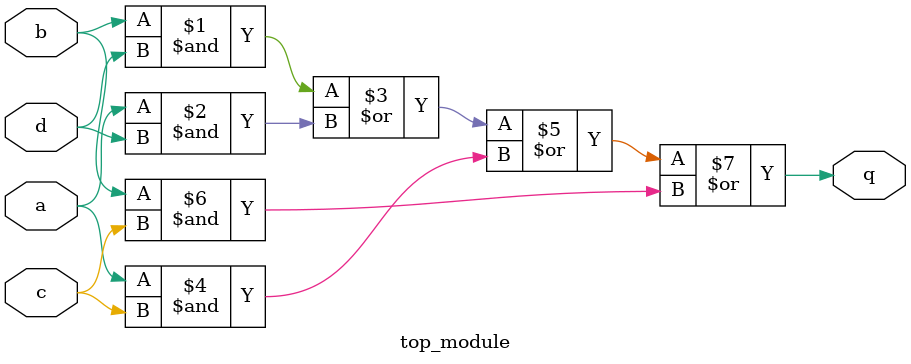
<source format=v>
module top_module (
    input a,
    input b,
    input c,
    input d,
    output q );//

    assign q = (b&d)|(a&d)|(a&c)|(b&c);

endmodule

</source>
